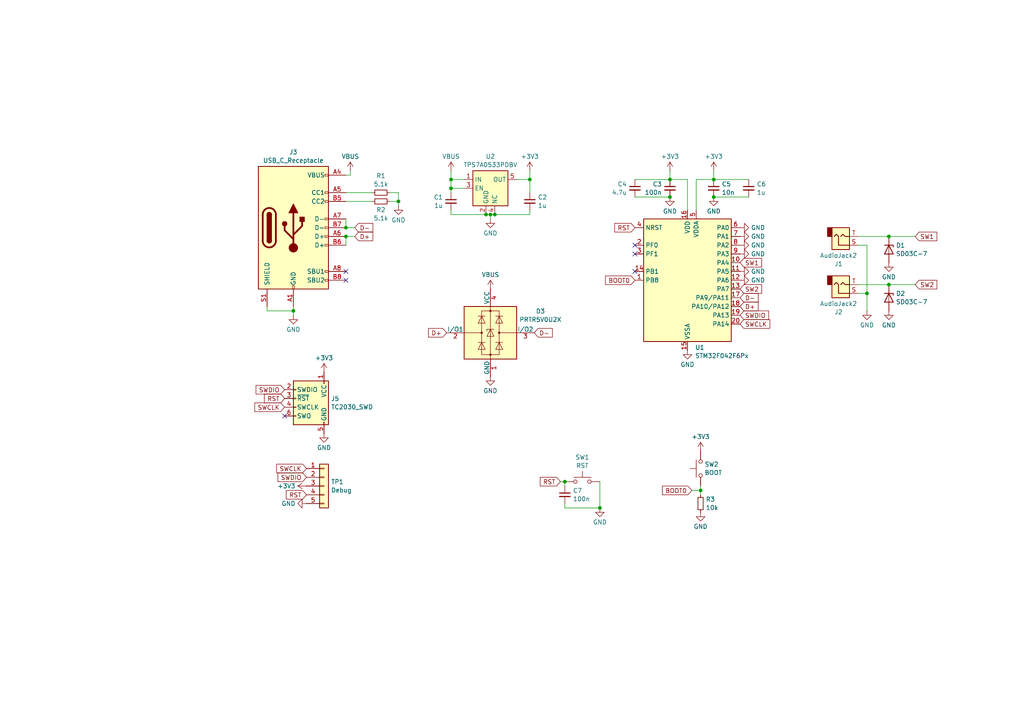
<source format=kicad_sch>
(kicad_sch (version 20231120) (generator "eeschema") (generator_version "8.0")
  (paper "A4")
  (lib_symbols
    (symbol "Connector:USB_C_Receptacle_USB2.0_16P" (pin_names (offset 1.016))
      (property "Reference" "J" (at 0 22.225 0))
      (property "Value" "USB_C_Receptacle_USB2.0_16P" (at 0 19.685 0))
      (symbol "USB_C_Receptacle_USB2.0_16P_0_0"
        (rectangle (start -0.254 -17.78) (end 0.254 -16.764))
        (rectangle (start 10.16 -14.986) (end 9.144 -15.494))
        (rectangle (start 10.16 -12.446) (end 9.144 -12.954))
        (rectangle (start 10.16 -4.826) (end 9.144 -5.334))
        (rectangle (start 10.16 -2.286) (end 9.144 -2.794))
        (rectangle (start 10.16 0.254) (end 9.144 -0.254))
        (rectangle (start 10.16 2.794) (end 9.144 2.286))
        (rectangle (start 10.16 7.874) (end 9.144 7.366))
        (rectangle (start 10.16 10.414) (end 9.144 9.906))
        (rectangle (start 10.16 15.494) (end 9.144 14.986))
      )
      (symbol "USB_C_Receptacle_USB2.0_16P_0_1"
        (rectangle (start -10.16 17.78) (end 10.16 -17.78) (stroke (width 0.254)) (fill (type background)))
        (arc (start -8.89 -3.81) (mid -6.985 -5.7067) (end -5.08 -3.81) (stroke (width 0.508)))
        (arc (start -7.62 -3.81) (mid -6.985 -4.4423) (end -6.35 -3.81) (stroke (width 0.254)))
        (arc (start -7.62 -3.81) (mid -6.985 -4.4423) (end -6.35 -3.81) (stroke (width 0.254)) (fill (type outline)))
        (rectangle (start -7.62 -3.81) (end -6.35 3.81) (stroke (width 0.254)) (fill (type outline)))
        (arc (start -6.35 3.81) (mid -6.985 4.4423) (end -7.62 3.81) (stroke (width 0.254)))
        (arc (start -6.35 3.81) (mid -6.985 4.4423) (end -7.62 3.81) (stroke (width 0.254)) (fill (type outline)))
        (arc (start -5.08 3.81) (mid -6.985 5.7067) (end -8.89 3.81) (stroke (width 0.508)))
        (circle (center -2.54 1.143) (radius 0.635) (stroke (width 0.254)) (fill (type outline)))
        (circle (center 0 -5.842) (radius 1.27) (fill (type outline)))
        (polyline (pts (xy -8.89 -3.81) (xy -8.89 3.81)) (stroke (width 0.508)))
        (polyline (pts (xy -5.08 3.81) (xy -5.08 -3.81)) (stroke (width 0.508)))
        (polyline (pts (xy 0 -5.842) (xy 0 4.318)) (stroke (width 0.508)))
        (polyline (pts (xy 0 -3.302) (xy -2.54 -0.762) (xy -2.54 0.508)) (stroke (width 0.508)))
        (polyline (pts (xy 0 -2.032) (xy 2.54 0.508) (xy 2.54 1.778)) (stroke (width 0.508)))
        (polyline (pts (xy -1.27 4.318) (xy 0 6.858) (xy 1.27 4.318) (xy -1.27 4.318)) (stroke (width 0.254)) (fill (type outline)))
        (rectangle (start 1.905 1.778) (end 3.175 3.048) (stroke (width 0.254)) (fill (type outline)))
      )
      (symbol "USB_C_Receptacle_USB2.0_16P_1_1"
        (pin passive line (at 0 -22.86 90) (length 5.08) (name "GND") (number "A1"))
        (pin passive line (at 0 -22.86 90) (length 5.08) hide (name "GND") (number "A12"))
        (pin passive line (at 15.24 15.24 180) (length 5.08) (name "VBUS") (number "A4"))
        (pin bidirectional line (at 15.24 10.16 180) (length 5.08) (name "CC1") (number "A5"))
        (pin bidirectional line (at 15.24 -2.54 180) (length 5.08) (name "D+") (number "A6"))
        (pin bidirectional line (at 15.24 2.54 180) (length 5.08) (name "D-") (number "A7"))
        (pin bidirectional line (at 15.24 -12.7 180) (length 5.08) (name "SBU1") (number "A8"))
        (pin passive line (at 15.24 15.24 180) (length 5.08) hide (name "VBUS") (number "A9"))
        (pin passive line (at 0 -22.86 90) (length 5.08) hide (name "GND") (number "B1"))
        (pin passive line (at 0 -22.86 90) (length 5.08) hide (name "GND") (number "B12"))
        (pin passive line (at 15.24 15.24 180) (length 5.08) hide (name "VBUS") (number "B4"))
        (pin bidirectional line (at 15.24 7.62 180) (length 5.08) (name "CC2") (number "B5"))
        (pin bidirectional line (at 15.24 -5.08 180) (length 5.08) (name "D+") (number "B6"))
        (pin bidirectional line (at 15.24 0 180) (length 5.08) (name "D-") (number "B7"))
        (pin bidirectional line (at 15.24 -15.24 180) (length 5.08) (name "SBU2") (number "B8"))
        (pin passive line (at 15.24 15.24 180) (length 5.08) hide (name "VBUS") (number "B9"))
        (pin passive line (at -7.62 -22.86 90) (length 5.08) (name "SHIELD") (number "S1"))
      )
    )
    (symbol "Connector_Audio:AudioJack2"
      (property "Reference" "J" (at 0 8.89 0))
      (property "Value" "AudioJack2" (at 0 6.35 0))
      (symbol "AudioJack2_0_1"
        (rectangle (start -3.81 0) (end -2.54 -2.54) (stroke (width 0.254)) (fill (type outline)))
        (rectangle (start -2.54 3.81) (end 2.54 -2.54) (stroke (width 0.254)) (fill (type background)))
        (polyline (pts (xy 0 0) (xy 0.635 -0.635) (xy 1.27 0) (xy 2.54 0)) (stroke (width 0.254)))
        (polyline (pts (xy 2.54 2.54) (xy -0.635 2.54) (xy -0.635 0) (xy -1.27 -0.635) (xy -1.905 0)) (stroke (width 0.254)))
      )
      (symbol "AudioJack2_1_1"
        (pin passive line (at 5.08 2.54 180) (length 2.54) (name "~") (number "S"))
        (pin passive line (at 5.08 0 180) (length 2.54) (name "~") (number "T"))
      )
    )
    (symbol "Connector_Generic:Conn_01x05" (pin_names (offset 1.016) hide)
      (property "Reference" "J" (at 0 7.62 0))
      (property "Value" "Conn_01x05" (at 0 -7.62 0))
      (symbol "Conn_01x05_1_1"
        (rectangle (start -1.27 -4.953) (end 0 -5.207) (stroke (width 0.1524)))
        (rectangle (start -1.27 -2.413) (end 0 -2.667) (stroke (width 0.1524)))
        (rectangle (start -1.27 0.127) (end 0 -0.127) (stroke (width 0.1524)))
        (rectangle (start -1.27 2.667) (end 0 2.413) (stroke (width 0.1524)))
        (rectangle (start -1.27 5.207) (end 0 4.953) (stroke (width 0.1524)))
        (rectangle (start -1.27 6.35) (end 1.27 -6.35) (stroke (width 0.254)) (fill (type background)))
        (pin passive line (at -5.08 5.08 0) (length 3.81) (name "Pin_1") (number "1"))
        (pin passive line (at -5.08 2.54 0) (length 3.81) (name "Pin_2") (number "2"))
        (pin passive line (at -5.08 0 0) (length 3.81) (name "Pin_3") (number "3"))
        (pin passive line (at -5.08 -2.54 0) (length 3.81) (name "Pin_4") (number "4"))
        (pin passive line (at -5.08 -5.08 0) (length 3.81) (name "Pin_5") (number "5"))
      )
    )
    (symbol "Device:C_Small" (pin_numbers hide) (pin_names (offset 0.254) hide)
      (property "Reference" "C" (at 0.254 1.778 0))
      (property "Value" "C_Small" (at 0.254 -2.032 0))
      (symbol "C_Small_0_1"
        (polyline (pts (xy -1.524 -0.508) (xy 1.524 -0.508)) (stroke (width 0.3302)))
        (polyline (pts (xy -1.524 0.508) (xy 1.524 0.508)) (stroke (width 0.3048)))
      )
      (symbol "C_Small_1_1"
        (pin passive line (at 0 2.54 270) (length 2.032) (name "~") (number "1"))
        (pin passive line (at 0 -2.54 90) (length 2.032) (name "~") (number "2"))
      )
    )
    (symbol "Device:D_Zener" (pin_numbers hide) (pin_names (offset 1.016) hide)
      (property "Reference" "D" (at 0 2.54 0))
      (property "Value" "D_Zener" (at 0 -2.54 0))
      (symbol "D_Zener_0_1"
        (polyline (pts (xy 1.27 0) (xy -1.27 0)))
        (polyline (pts (xy -1.27 -1.27) (xy -1.27 1.27) (xy -0.762 1.27)) (stroke (width 0.254)))
        (polyline (pts (xy 1.27 -1.27) (xy 1.27 1.27) (xy -1.27 0) (xy 1.27 -1.27)) (stroke (width 0.254)))
      )
      (symbol "D_Zener_1_1"
        (pin passive line (at -3.81 0 0) (length 2.54) (name "K") (number "1"))
        (pin passive line (at 3.81 0 180) (length 2.54) (name "A") (number "2"))
      )
    )
    (symbol "Device:R_Small" (pin_numbers hide) (pin_names (offset 0.254) hide)
      (property "Reference" "R" (at 0.762 0.508 0))
      (property "Value" "R_Small" (at 0.762 -1.016 0))
      (symbol "R_Small_0_1"
        (rectangle (start -0.762 1.778) (end 0.762 -1.778) (stroke (width 0.2032)))
      )
      (symbol "R_Small_1_1"
        (pin passive line (at 0 2.54 270) (length 0.762) (name "~") (number "1"))
        (pin passive line (at 0 -2.54 90) (length 0.762) (name "~") (number "2"))
      )
    )
    (symbol "MCU_ST_STM32F0:STM32F042F6Px"
      (property "Reference" "U" (at -12.7 19.05 0))
      (property "Value" "STM32F042F6Px" (at 5.08 19.05 0))
      (symbol "STM32F042F6Px_0_1"
        (rectangle (start -12.7 -17.78) (end 12.7 17.78) (stroke (width 0.254)) (fill (type background)))
      )
      (symbol "STM32F042F6Px_1_1"
        (pin bidirectional line (at -15.24 0 0) (length 2.54) (name "PB8") (number "1"))
        (pin bidirectional line (at 15.24 5.08 180) (length 2.54) (name "PA4") (number "10"))
        (pin bidirectional line (at 15.24 2.54 180) (length 2.54) (name "PA5") (number "11"))
        (pin bidirectional line (at 15.24 0 180) (length 2.54) (name "PA6") (number "12"))
        (pin bidirectional line (at 15.24 -2.54 180) (length 2.54) (name "PA7") (number "13"))
        (pin bidirectional line (at -15.24 2.54 0) (length 2.54) (name "PB1") (number "14"))
        (pin power_in line (at 0 -20.32 90) (length 2.54) (name "VSSA") (number "15"))
        (pin power_in line (at 0 20.32 270) (length 2.54) (name "VDD") (number "16"))
        (pin bidirectional line (at 15.24 -5.08 180) (length 2.54) (name "PA9/PA11") (number "17"))
        (pin bidirectional line (at 15.24 -7.62 180) (length 2.54) (name "PA10/PA12") (number "18"))
        (pin bidirectional line (at 15.24 -10.16 180) (length 2.54) (name "PA13") (number "19"))
        (pin bidirectional line (at -15.24 10.16 0) (length 2.54) (name "PF0") (number "2"))
        (pin bidirectional line (at 15.24 -12.7 180) (length 2.54) (name "PA14") (number "20"))
        (pin bidirectional line (at -15.24 7.62 0) (length 2.54) (name "PF1") (number "3"))
        (pin input line (at -15.24 15.24 0) (length 2.54) (name "NRST") (number "4"))
        (pin power_in line (at 2.54 20.32 270) (length 2.54) (name "VDDA") (number "5"))
        (pin bidirectional line (at 15.24 15.24 180) (length 2.54) (name "PA0") (number "6"))
        (pin bidirectional line (at 15.24 12.7 180) (length 2.54) (name "PA1") (number "7"))
        (pin bidirectional line (at 15.24 10.16 180) (length 2.54) (name "PA2") (number "8"))
        (pin bidirectional line (at 15.24 7.62 180) (length 2.54) (name "PA3") (number "9"))
      )
    )
    (symbol "PCM_marbastlib-various:TC2030_SWD" (pin_names (offset 1.016))
      (property "Reference" "J" (at -3.81 -6.35 0))
      (property "Value" "TC2030_SWD" (at -10.16 8.89 0))
      (symbol "TC2030_SWD_0_1"
        (rectangle (start -3.81 7.62) (end 6.35 -5.08) (stroke (width 0.254)) (fill (type background)))
        (rectangle (start -3.048 -2.667) (end -3.81 -2.413))
        (rectangle (start -3.048 -0.127) (end -3.81 0.127))
        (rectangle (start -3.048 2.413) (end -3.81 2.667))
        (rectangle (start -3.048 4.953) (end -3.81 5.207))
        (rectangle (start 4.953 -5.08) (end 5.207 -4.318))
        (rectangle (start 4.953 6.858) (end 5.207 7.62))
      )
      (symbol "TC2030_SWD_1_1"
        (pin passive line (at 5.08 10.16 270) (length 2.54) (name "VCC") (number "1"))
        (pin passive line (at -6.35 5.08 0) (length 2.54) (name "SWDIO") (number "2"))
        (pin passive line (at -6.35 2.54 0) (length 2.54) (name "~{RST}") (number "3"))
        (pin passive line (at -6.35 0 0) (length 2.54) (name "SWCLK") (number "4"))
        (pin passive line (at 5.08 -7.62 90) (length 2.54) (name "GND") (number "5"))
        (pin passive line (at -6.35 -2.54 0) (length 2.54) (name "SWO") (number "6"))
      )
    )
    (symbol "PageTurner:TPS7A0333PDBV"
      (property "Reference" "U" (at -3.81 6.35 0))
      (property "Value" "TPS7A0333PDBV" (at 6.35 6.35 0))
      (symbol "TPS7A0333PDBV_0_1"
        (rectangle (start -5.08 -5.08) (end 5.08 5.08) (stroke (width 0.254)) (fill (type background)))
        (pin power_in line (at -7.62 2.54 0) (length 2.54) (name "IN") (number "1"))
        (pin power_in line (at -1.27 -7.62 90) (length 2.54) (name "GND") (number "2"))
        (pin input line (at -7.62 0 0) (length 2.54) (name "EN") (number "3"))
        (pin power_out line (at 7.62 2.54 180) (length 2.54) (name "OUT") (number "5"))
      )
      (symbol "TPS7A0333PDBV_1_1"
        (pin unspecified line (at 1.27 -7.62 90) (length 2.54) (name "NC") (number "4"))
      )
    )
    (symbol "Power_Protection:PRTR5V0U2X" (pin_names (offset 0))
      (property "Reference" "D" (at 2.794 8.636 0))
      (property "Value" "PRTR5V0U2X" (at 8.128 -9.398 0))
      (symbol "PRTR5V0U2X_0_1"
        (rectangle (start -7.62 -7.62) (end 7.62 7.62) (stroke (width 0.254)) (fill (type background)))
        (circle (center -2.54 0) (radius 0.254) (fill (type outline)))
        (rectangle (start -2.54 6.35) (end 2.54 -6.35))
        (circle (center 0 -6.35) (radius 0.254) (fill (type outline)))
        (polyline (pts (xy -2.54 0) (xy -7.62 0)))
        (polyline (pts (xy -1.524 -2.794) (xy -3.556 -2.794)))
        (polyline (pts (xy -1.524 4.826) (xy -3.556 4.826)))
        (polyline (pts (xy 0 -7.62) (xy 0 7.62)))
        (polyline (pts (xy 1.524 -2.794) (xy 3.556 -2.794)))
        (polyline (pts (xy 1.524 4.826) (xy 3.556 4.826)))
        (polyline (pts (xy 2.54 0) (xy 7.62 0)))
        (polyline (pts (xy 1.016 1.016) (xy -1.016 1.016) (xy -1.016 0.508)))
        (polyline (pts (xy -3.556 -4.826) (xy -1.524 -4.826) (xy -2.54 -2.794) (xy -3.556 -4.826)))
        (polyline (pts (xy -3.556 2.794) (xy -1.524 2.794) (xy -2.54 4.826) (xy -3.556 2.794)))
        (polyline (pts (xy -1.016 -1.016) (xy 1.016 -1.016) (xy 0 1.016) (xy -1.016 -1.016)))
        (polyline (pts (xy 3.556 -4.826) (xy 1.524 -4.826) (xy 2.54 -2.794) (xy 3.556 -4.826)))
        (polyline (pts (xy 3.556 2.794) (xy 1.524 2.794) (xy 2.54 4.826) (xy 3.556 2.794)))
        (circle (center 0 6.35) (radius 0.254) (fill (type outline)))
        (circle (center 2.54 0) (radius 0.254) (fill (type outline)))
      )
      (symbol "PRTR5V0U2X_1_1"
        (pin passive line (at 0 -12.7 90) (length 5.08) (name "GND") (number "1"))
        (pin passive line (at -12.7 0 0) (length 5.08) (name "I/O1") (number "2"))
        (pin passive line (at 12.7 0 180) (length 5.08) (name "I/O2") (number "3"))
        (pin passive line (at 0 12.7 270) (length 5.08) (name "VCC") (number "4"))
      )
    )
    (symbol "Switch:SW_Push" (pin_numbers hide) (pin_names (offset 1.016) hide)
      (property "Reference" "SW" (at 1.27 2.54 0))
      (property "Value" "SW_Push" (at 0 -1.524 0))
      (symbol "SW_Push_0_1"
        (circle (center -2.032 0) (radius 0.508))
        (polyline (pts (xy 0 1.27) (xy 0 3.048)))
        (polyline (pts (xy 2.54 1.27) (xy -2.54 1.27)))
        (circle (center 2.032 0) (radius 0.508))
        (pin passive line (at -5.08 0 0) (length 2.54) (name "1") (number "1"))
        (pin passive line (at 5.08 0 180) (length 2.54) (name "2") (number "2"))
      )
    )
    (symbol "power:+3V3" (power) (pin_numbers hide) (pin_names (offset 0) hide)
      (property "Value" "+3V3" (at 0 3.556 0))
      (symbol "+3V3_0_1"
        (polyline (pts (xy -0.762 1.27) (xy 0 2.54)))
        (polyline (pts (xy 0 0) (xy 0 2.54)))
        (polyline (pts (xy 0 2.54) (xy 0.762 1.27)))
      )
      (symbol "+3V3_1_1"
        (pin power_in line (at 0 0 90) (length 0) (name "~") (number "1"))
      )
    )
    (symbol "power:GND" (power) (pin_numbers hide) (pin_names (offset 0) hide)
      (property "Value" "GND" (at 0 -3.81 0))
      (symbol "GND_0_1"
        (polyline (pts (xy 0 0) (xy 0 -1.27) (xy 1.27 -1.27) (xy 0 -2.54) (xy -1.27 -1.27) (xy 0 -1.27)))
      )
      (symbol "GND_1_1"
        (pin power_in line (at 0 0 270) (length 0) (name "~") (number "1"))
      )
    )
    (symbol "power:VBUS" (power) (pin_numbers hide) (pin_names (offset 0) hide)
      (property "Value" "VBUS" (at 0 3.556 0))
      (symbol "VBUS_0_1"
        (polyline (pts (xy -0.762 1.27) (xy 0 2.54)))
        (polyline (pts (xy 0 0) (xy 0 2.54)))
        (polyline (pts (xy 0 2.54) (xy 0.762 1.27)))
      )
      (symbol "VBUS_1_1"
        (pin power_in line (at 0 0 90) (length 0) (name "~") (number "1"))
      )
    )
  )
  (junction (at 194.31 57.15))
  (junction (at 142.24 62.23))
  (junction (at 207.01 57.15))
  (junction (at 100.33 68.58))
  (junction (at 140.97 62.23))
  (junction (at 194.31 52.07))
  (junction (at 130.81 54.61))
  (junction (at 251.46 85.09))
  (junction (at 153.67 52.07))
  (junction (at 130.81 52.07))
  (junction (at 143.51 62.23))
  (junction (at 173.99 147.32))
  (junction (at 163.83 139.7))
  (junction (at 203.2 142.24))
  (junction (at 207.01 52.07))
  (junction (at 115.57 58.42))
  (junction (at 257.81 82.55))
  (junction (at 85.09 90.17))
  (junction (at 257.81 68.58))
  (junction (at 100.33 66.04))
  (no_connect (at 184.15 73.66))
  (no_connect (at 100.33 81.28))
  (no_connect (at 184.15 78.74))
  (no_connect (at 184.15 71.12))
  (no_connect (at 100.33 78.74))
  (no_connect (at 82.55 120.65))
  (wire (pts (xy 130.81 49.53) (xy 130.81 52.07)))
  (wire (pts (xy 163.83 147.32) (xy 173.99 147.32)))
  (wire (pts (xy 130.81 54.61) (xy 130.81 55.88)))
  (wire (pts (xy 163.83 140.97) (xy 163.83 139.7)))
  (wire (pts (xy 184.15 57.15) (xy 194.31 57.15)))
  (wire (pts (xy 134.62 54.61) (xy 130.81 54.61)))
  (wire (pts (xy 199.39 60.96) (xy 199.39 52.07)))
  (wire (pts (xy 142.24 62.23) (xy 143.51 62.23)))
  (wire (pts (xy 153.67 60.96) (xy 153.67 62.23)))
  (wire (pts (xy 100.33 66.04) (xy 102.87 66.04)))
  (wire (pts (xy 130.81 62.23) (xy 140.97 62.23)))
  (wire (pts (xy 77.47 88.9) (xy 77.47 90.17)))
  (wire (pts (xy 248.92 85.09) (xy 251.46 85.09)))
  (wire (pts (xy 194.31 49.53) (xy 194.31 52.07)))
  (wire (pts (xy 201.93 60.96) (xy 201.93 52.07)))
  (wire (pts (xy 200.66 142.24) (xy 203.2 142.24)))
  (wire (pts (xy 100.33 58.42) (xy 107.95 58.42)))
  (wire (pts (xy 251.46 85.09) (xy 251.46 90.17)))
  (wire (pts (xy 100.33 55.88) (xy 107.95 55.88)))
  (wire (pts (xy 113.03 55.88) (xy 115.57 55.88)))
  (wire (pts (xy 100.33 63.5) (xy 100.33 66.04)))
  (wire (pts (xy 162.56 139.7) (xy 163.83 139.7)))
  (wire (pts (xy 201.93 52.07) (xy 207.01 52.07)))
  (wire (pts (xy 130.81 54.61) (xy 130.81 52.07)))
  (wire (pts (xy 257.81 68.58) (xy 248.92 68.58)))
  (wire (pts (xy 153.67 52.07) (xy 153.67 55.88)))
  (wire (pts (xy 130.81 60.96) (xy 130.81 62.23)))
  (wire (pts (xy 203.2 142.24) (xy 203.2 143.51)))
  (wire (pts (xy 101.6 50.8) (xy 101.6 49.53)))
  (wire (pts (xy 199.39 52.07) (xy 194.31 52.07)))
  (wire (pts (xy 163.83 147.32) (xy 163.83 146.05)))
  (wire (pts (xy 207.01 52.07) (xy 217.17 52.07)))
  (wire (pts (xy 207.01 57.15) (xy 217.17 57.15)))
  (wire (pts (xy 203.2 140.97) (xy 203.2 142.24)))
  (wire (pts (xy 113.03 58.42) (xy 115.57 58.42)))
  (wire (pts (xy 184.15 52.07) (xy 194.31 52.07)))
  (wire (pts (xy 265.43 68.58) (xy 257.81 68.58)))
  (wire (pts (xy 143.51 62.23) (xy 153.67 62.23)))
  (wire (pts (xy 251.46 71.12) (xy 251.46 85.09)))
  (wire (pts (xy 85.09 90.17) (xy 77.47 90.17)))
  (wire (pts (xy 173.99 139.7) (xy 173.99 147.32)))
  (wire (pts (xy 85.09 90.17) (xy 85.09 91.44)))
  (wire (pts (xy 142.24 63.5) (xy 142.24 62.23)))
  (wire (pts (xy 140.97 62.23) (xy 142.24 62.23)))
  (wire (pts (xy 248.92 71.12) (xy 251.46 71.12)))
  (wire (pts (xy 100.33 68.58) (xy 102.87 68.58)))
  (wire (pts (xy 257.81 82.55) (xy 248.92 82.55)))
  (wire (pts (xy 100.33 68.58) (xy 100.33 71.12)))
  (wire (pts (xy 207.01 49.53) (xy 207.01 52.07)))
  (wire (pts (xy 130.81 52.07) (xy 134.62 52.07)))
  (wire (pts (xy 153.67 49.53) (xy 153.67 52.07)))
  (wire (pts (xy 265.43 82.55) (xy 257.81 82.55)))
  (wire (pts (xy 115.57 58.42) (xy 115.57 59.69)))
  (wire (pts (xy 85.09 88.9) (xy 85.09 90.17)))
  (wire (pts (xy 101.6 50.8) (xy 100.33 50.8)))
  (wire (pts (xy 115.57 55.88) (xy 115.57 58.42)))
  (wire (pts (xy 149.86 52.07) (xy 153.67 52.07)))
  (global_label "SW1" (shape input) (at 265.43 68.58 0) (property "Intersheetrefs" "${INTERSHEET_REFS}" (effects (hide yes))))
  (global_label "SWCLK" (shape input) (at 214.63 93.98 0) (property "Intersheetrefs" "${INTERSHEET_REFS}" (effects (hide yes))))
  (global_label "RST" (shape input) (at 184.15 66.04 180) (property "Intersheetrefs" "${INTERSHEET_REFS}" (effects (hide yes))))
  (global_label "D-" (shape input) (at 214.63 86.36 0) (property "Intersheetrefs" "${INTERSHEET_REFS}" (effects (hide yes))))
  (global_label "BOOT0" (shape input) (at 200.66 142.24 180) (property "Intersheetrefs" "${INTERSHEET_REFS}" (effects (hide yes))))
  (global_label "RST" (shape input) (at 82.55 115.57 180) (property "Intersheetrefs" "${INTERSHEET_REFS}" (effects (hide yes))))
  (global_label "SW1" (shape input) (at 214.63 76.2 0) (property "Intersheetrefs" "${INTERSHEET_REFS}" (effects (hide yes))))
  (global_label "SWCLK" (shape input) (at 88.9 135.89 180) (property "Intersheetrefs" "${INTERSHEET_REFS}" (effects (hide yes))))
  (global_label "SWDIO" (shape input) (at 214.63 91.44 0) (property "Intersheetrefs" "${INTERSHEET_REFS}" (effects (hide yes))))
  (global_label "SW2" (shape input) (at 265.43 82.55 0) (property "Intersheetrefs" "${INTERSHEET_REFS}" (effects (hide yes))))
  (global_label "D+" (shape input) (at 129.54 96.52 180) (property "Intersheetrefs" "${INTERSHEET_REFS}" (effects (hide yes))))
  (global_label "RST" (shape input) (at 88.9 143.51 180) (property "Intersheetrefs" "${INTERSHEET_REFS}" (effects (hide yes))))
  (global_label "D+" (shape input) (at 214.63 88.9 0) (property "Intersheetrefs" "${INTERSHEET_REFS}" (effects (hide yes))))
  (global_label "BOOT0" (shape input) (at 184.15 81.28 180) (property "Intersheetrefs" "${INTERSHEET_REFS}" (effects (hide yes))))
  (global_label "RST" (shape input) (at 162.56 139.7 180) (property "Intersheetrefs" "${INTERSHEET_REFS}" (effects (hide yes))))
  (global_label "D-" (shape input) (at 154.94 96.52 0) (property "Intersheetrefs" "${INTERSHEET_REFS}" (effects (hide yes))))
  (global_label "SWDIO" (shape input) (at 82.55 113.03 180) (property "Intersheetrefs" "${INTERSHEET_REFS}" (effects (hide yes))))
  (global_label "D+" (shape input) (at 102.87 68.58 0) (property "Intersheetrefs" "${INTERSHEET_REFS}" (effects (hide yes))))
  (global_label "SWDIO" (shape input) (at 88.9 138.43 180) (property "Intersheetrefs" "${INTERSHEET_REFS}" (effects (hide yes))))
  (global_label "SWCLK" (shape input) (at 82.55 118.11 180) (property "Intersheetrefs" "${INTERSHEET_REFS}" (effects (hide yes))))
  (global_label "D-" (shape input) (at 102.87 66.04 0) (property "Intersheetrefs" "${INTERSHEET_REFS}" (effects (hide yes))))
  (global_label "SW2" (shape input) (at 214.63 83.82 0) (property "Intersheetrefs" "${INTERSHEET_REFS}" (effects (hide yes))))
  (symbol (lib_id "power:+3V3") (at 93.98 107.95 0) (unit 1)
    (property "Reference" "#PWR012" (effects (hide yes)))
    (property "Value" "+3V3" (at 93.98 103.8169 0))
    (property "Description" "Power symbol creates a global label with name \"+3V3\"" (effects (hide yes)))
  )
  (symbol (lib_id "power:GND") (at 194.31 57.15 0) (unit 1)
    (property "Reference" "#PWR016" (effects (hide yes)))
    (property "Value" "GND" (at 194.31 61.2831 0))
    (property "Description" "Power symbol creates a global label with name \"GND\" , ground" (effects (hide yes)))
  )
  (symbol (lib_id "power:GND") (at 214.63 78.74 90) (unit 1)
    (property "Reference" "#PWR028" (effects (hide yes)))
    (property "Value" "GND" (at 217.805 78.74 90) (effects (justify right)))
    (property "Description" "Power symbol creates a global label with name \"GND\" , ground" (effects (hide yes)))
  )
  (symbol (lib_id "Connector_Audio:AudioJack2") (at 243.84 82.55 0) (mirror x) (unit 1)
    (property "Reference" "J2" (at 243.205 90.5045 0))
    (property "Value" "AudioJack2" (at 243.205 88.0802 0))
    (property "Footprint" "PageTurner:Jack_6.35mm_Neutrik_NJ2FD-V_Vertical" (effects (hide yes)))
    (property "Description" "Audio Jack, 2 Poles (Mono / TS)" (effects (hide yes)))
    (property "Manufacturer" "Neutrik" (effects (hide yes)))
    (property "Manufacturer Part Number" "NJ2FD-V" (effects (hide yes)))
  )
  (symbol (lib_id "power:+3V3") (at 194.31 49.53 0) (unit 1)
    (property "Reference" "#PWR014" (effects (hide yes)))
    (property "Value" "+3V3" (at 194.31 45.3969 0))
    (property "Description" "Power symbol creates a global label with name \"+3V3\"" (effects (hide yes)))
  )
  (symbol (lib_id "power:GND") (at 88.9 146.05 270) (unit 1)
    (property "Reference" "#PWR06" (effects (hide yes)))
    (property "Value" "GND" (at 85.7251 146.05 90) (effects (justify right)))
    (property "Description" "Power symbol creates a global label with name \"GND\" , ground" (effects (hide yes)))
  )
  (symbol (lib_id "power:GND") (at 251.46 90.17 0) (unit 1)
    (property "Reference" "#PWR01" (effects (hide yes)))
    (property "Value" "GND" (at 251.46 94.3031 0))
    (property "Description" "Power symbol creates a global label with name \"GND\" , ground" (effects (hide yes)))
  )
  (symbol (lib_id "power:GND") (at 257.81 90.17 0) (unit 1)
    (property "Reference" "#PWR021" (effects (hide yes)))
    (property "Value" "GND" (at 257.81 94.3031 0))
    (property "Description" "Power symbol creates a global label with name \"GND\" , ground" (effects (hide yes)))
  )
  (symbol (lib_id "power:VBUS") (at 101.6 49.53 0) (unit 1)
    (property "Reference" "#PWR02" (effects (hide yes)))
    (property "Value" "VBUS" (at 101.6 45.3969 0))
    (property "Description" "Power symbol creates a global label with name \"VBUS\"" (effects (hide yes)))
  )
  (symbol (lib_id "Device:C_Small") (at 217.17 54.61 0) (unit 1)
    (property "Reference" "C6" (at 219.4941 53.4041 0) (effects (justify left)))
    (property "Value" "1u" (at 219.4941 55.8284 0) (effects (justify left)))
    (property "Footprint" "Capacitor_SMD:C_0603_1608Metric_Pad1.08x0.95mm_HandSolder" (effects (hide yes)))
    (property "Description" "Unpolarized capacitor, small symbol" (effects (hide yes)))
    (property "Package" "0603" (effects (hide yes)))
  )
  (symbol (lib_id "Device:C_Small") (at 184.15 54.61 0) (unit 1)
    (property "Reference" "C4" (at 181.8259 53.4041 0) (effects (justify right)))
    (property "Value" "4.7u" (at 181.8259 55.8284 0) (effects (justify right)))
    (property "Footprint" "Capacitor_SMD:C_0603_1608Metric_Pad1.08x0.95mm_HandSolder" (effects (hide yes)))
    (property "Description" "Unpolarized capacitor, small symbol" (effects (hide yes)))
    (property "Package" "0603" (effects (hide yes)))
  )
  (symbol (lib_id "power:GND") (at 173.99 147.32 0) (unit 1)
    (property "Reference" "#PWR010" (effects (hide yes)))
    (property "Value" "GND" (at 173.99 151.4531 0))
    (property "Description" "Power symbol creates a global label with name \"GND\" , ground" (effects (hide yes)))
  )
  (symbol (lib_id "power:GND") (at 207.01 57.15 0) (unit 1)
    (property "Reference" "#PWR018" (effects (hide yes)))
    (property "Value" "GND" (at 207.01 61.2831 0))
    (property "Description" "Power symbol creates a global label with name \"GND\" , ground" (effects (hide yes)))
  )
  (symbol (lib_id "Device:C_Small") (at 194.31 54.61 0) (unit 1)
    (property "Reference" "C3" (at 191.986 53.4041 0) (effects (justify right)))
    (property "Value" "100n" (at 191.986 55.8284 0) (effects (justify right)))
    (property "Footprint" "Capacitor_SMD:C_0603_1608Metric_Pad1.08x0.95mm_HandSolder" (effects (hide yes)))
    (property "Description" "Unpolarized capacitor, small symbol" (effects (hide yes)))
    (property "Package" "0603" (effects (hide yes)))
  )
  (symbol (lib_id "power:GND") (at 142.24 63.5 0) (unit 1)
    (property "Reference" "#PWR011" (effects (hide yes)))
    (property "Value" "GND" (at 142.24 67.6331 0))
    (property "Description" "Power symbol creates a global label with name \"GND\" , ground" (effects (hide yes)))
  )
  (symbol (lib_id "Device:D_Zener") (at 257.81 72.39 270) (unit 1)
    (property "Reference" "D1" (at 259.842 71.1778 90) (effects (justify left)))
    (property "Value" "SD03C-7" (at 259.842 73.6021 90) (effects (justify left)))
    (property "Footprint" "Diode_SMD:D_SOD-323_HandSoldering" (effects (hide yes)))
    (property "Datasheet" "https://www.diodes.com/assets/Datasheets/SD03C.pdf" (effects (hide yes)))
    (property "Description" "Zener diode" (effects (hide yes)))
  )
  (symbol (lib_id "power:+3V3") (at 153.67 49.53 0) (unit 1)
    (property "Reference" "#PWR08" (effects (hide yes)))
    (property "Value" "+3V3" (at 153.67 45.3969 0))
    (property "Description" "Power symbol creates a global label with name \"+3V3\"" (effects (hide yes)))
  )
  (symbol (lib_id "power:+3V3") (at 203.2 130.81 0) (unit 1)
    (property "Reference" "#PWR05" (effects (hide yes)))
    (property "Value" "+3V3" (at 203.2 126.6769 0))
    (property "Description" "Power symbol creates a global label with name \"+3V3\"" (effects (hide yes)))
  )
  (symbol (lib_id "Device:C_Small") (at 163.83 143.51 0) (mirror y) (unit 1)
    (property "Reference" "C7" (at 166.1541 142.3041 0) (effects (justify right)))
    (property "Value" "100n" (at 166.1541 144.7284 0) (effects (justify right)))
    (property "Footprint" "Capacitor_SMD:C_0603_1608Metric_Pad1.08x0.95mm_HandSolder" (effects (hide yes)))
    (property "Description" "Unpolarized capacitor, small symbol" (effects (hide yes)))
    (property "Package" "0603" (effects (hide yes)))
  )
  (symbol (lib_id "power:GND") (at 93.98 125.73 0) (unit 1)
    (property "Reference" "#PWR013" (effects (hide yes)))
    (property "Value" "GND" (at 93.98 129.8631 0))
    (property "Description" "Power symbol creates a global label with name \"GND\" , ground" (effects (hide yes)))
  )
  (symbol (lib_id "MCU_ST_STM32F0:STM32F042F6Px") (at 199.39 81.28 0) (unit 1)
    (property "Reference" "U1" (at 201.5841 100.7801 0) (effects (justify left)))
    (property "Value" "STM32F042F6Px" (at 201.5841 103.2044 0) (effects (justify left)))
    (property "Footprint" "Package_SO:TSSOP-20_4.4x6.5mm_P0.65mm" (effects (hide yes)))
    (property "Datasheet" "https://www.st.com/resource/en/datasheet/stm32f042f6.pdf" (effects (hide yes)))
    (property "Description" "STMicroelectronics Arm Cortex-M0 MCU, 32KB flash, 6KB RAM, 48 MHz, 2.0-3.6V, 16 GPIO, TSSOP20" (effects (hide yes)))
    (property "Manufacturer" "STMicroelectronics" (effects (hide yes)))
    (property "Manufacturer Part Number" "STM32F042F6P6TR" (effects (hide yes)))
    (property "Package" "TSSOP-20" (effects (hide yes)))
  )
  (symbol (lib_id "PageTurner:TPS7A0333PDBV") (at 142.24 54.61 0) (unit 1)
    (property "Reference" "U2" (at 142.24 45.3855 0))
    (property "Value" "TPS7A0533PDBV" (at 142.24 47.8098 0))
    (property "Footprint" "Package_TO_SOT_SMD:SOT-23-5" (effects (hide yes)))
    (property "Datasheet" "https://www.ti.com/lit/ds/symlink/tps7a03.pdf" (effects (hide yes)))
    (property "Description" "200-mA Ultra-Low-Iq LDO, 3.3V, SOT-23-5" (effects (hide yes)))
    (property "Manufacturer" "Texas Instruments" (effects (hide yes)))
    (property "Manufacturer Part Number" "TPS7A0333PDBVR" (effects (hide yes)))
    (property "Package" "SOT-23-5" (effects (hide yes)))
  )
  (symbol (lib_id "power:GND") (at 214.63 66.04 90) (unit 1)
    (property "Reference" "#PWR024" (effects (hide yes)))
    (property "Value" "GND" (at 217.805 66.04 90) (effects (justify right)))
    (property "Description" "Power symbol creates a global label with name \"GND\" , ground" (effects (hide yes)))
  )
  (symbol (lib_id "power:VBUS") (at 130.81 49.53 0) (unit 1)
    (property "Reference" "#PWR07" (effects (hide yes)))
    (property "Value" "VBUS" (at 130.81 45.3969 0))
    (property "Description" "Power symbol creates a global label with name \"VBUS\"" (effects (hide yes)))
  )
  (symbol (lib_id "Device:R_Small") (at 110.49 55.88 90) (unit 1)
    (property "Reference" "R1" (at 110.49 50.9989 90))
    (property "Value" "5.1k" (at 110.49 53.4232 90))
    (property "Footprint" "Resistor_SMD:R_0603_1608Metric_Pad0.98x0.95mm_HandSolder" (effects (hide yes)))
    (property "Description" "Resistor, small symbol" (effects (hide yes)))
    (property "Package" "0603" (effects (hide yes)))
  )
  (symbol (lib_id "Device:C_Small") (at 130.81 58.42 0) (unit 1)
    (property "Reference" "C1" (at 128.486 57.2141 0) (effects (justify right)))
    (property "Value" "1u" (at 128.486 59.6384 0) (effects (justify right)))
    (property "Footprint" "Capacitor_SMD:C_0603_1608Metric_Pad1.08x0.95mm_HandSolder" (effects (hide yes)))
    (property "Description" "Unpolarized capacitor, small symbol" (effects (hide yes)))
    (property "Package" "0603" (effects (hide yes)))
  )
  (symbol (lib_id "power:+3V3") (at 207.01 49.53 0) (unit 1)
    (property "Reference" "#PWR017" (effects (hide yes)))
    (property "Value" "+3V3" (at 207.01 45.3969 0))
    (property "Description" "Power symbol creates a global label with name \"+3V3\"" (effects (hide yes)))
  )
  (symbol (lib_id "power:GND") (at 257.81 76.2 0) (unit 1)
    (property "Reference" "#PWR019" (effects (hide yes)))
    (property "Value" "GND" (at 257.81 80.3331 0))
    (property "Description" "Power symbol creates a global label with name \"GND\" , ground" (effects (hide yes)))
  )
  (symbol (lib_id "power:+3V3") (at 88.9 140.97 90) (unit 1)
    (property "Reference" "#PWR020" (effects (hide yes)))
    (property "Value" "+3V3" (at 85.725 140.97 90) (effects (justify left)))
    (property "Description" "Power symbol creates a global label with name \"+3V3\"" (effects (hide yes)))
  )
  (symbol (lib_id "Connector_Audio:AudioJack2") (at 243.84 68.58 0) (mirror x) (unit 1)
    (property "Reference" "J1" (at 243.205 76.5345 0))
    (property "Value" "AudioJack2" (at 243.205 74.1102 0))
    (property "Footprint" "PageTurner:Jack_6.35mm_Neutrik_NJ2FD-V_Vertical" (effects (hide yes)))
    (property "Description" "Audio Jack, 2 Poles (Mono / TS)" (effects (hide yes)))
    (property "Manufacturer" "Neutrik" (effects (hide yes)))
    (property "Manufacturer Part Number" "NJ2FD-V" (effects (hide yes)))
  )
  (symbol (lib_id "Connector_Generic:Conn_01x05") (at 93.98 140.97 0) (unit 1)
    (property "Reference" "TP1" (at 96.012 139.7578 0) (effects (justify left)))
    (property "Value" "Debug" (at 96.012 142.1821 0) (effects (justify left)))
    (property "Footprint" "PageTurner:PinHeader_1x05_P2.00mm_Vertical" (effects (hide yes)))
    (property "Description" "Generic connector, single row, 01x05, script generated (kicad-library-utils/schlib/autogen/connector/)" (effects (hide yes)))
  )
  (symbol (lib_id "power:GND") (at 142.24 109.22 0) (unit 1)
    (property "Reference" "#PWR023" (effects (hide yes)))
    (property "Value" "GND" (at 142.24 113.3531 0))
    (property "Description" "Power symbol creates a global label with name \"GND\" , ground" (effects (hide yes)))
  )
  (symbol (lib_id "PCM_marbastlib-various:TC2030_SWD") (at 88.9 118.11 0) (unit 1)
    (property "Reference" "J5" (at 96.012 115.6278 0) (effects (justify left)))
    (property "Value" "TC2030_SWD" (at 96.012 118.0521 0) (effects (justify left)))
    (property "Footprint" "Connector:Tag-Connect_TC2030-IDC-NL_2x03_P1.27mm_Vertical" (effects (hide yes)))
    (property "Description" "6-pin TC2030 connector for SWD programming" (effects (hide yes)))
  )
  (symbol (lib_id "Device:C_Small") (at 153.67 58.42 0) (unit 1)
    (property "Reference" "C2" (at 155.9941 57.2141 0) (effects (justify left)))
    (property "Value" "1u" (at 155.9941 59.6384 0) (effects (justify left)))
    (property "Footprint" "Capacitor_SMD:C_0603_1608Metric_Pad1.08x0.95mm_HandSolder" (effects (hide yes)))
    (property "Description" "Unpolarized capacitor, small symbol" (effects (hide yes)))
    (property "Package" "0603" (effects (hide yes)))
  )
  (symbol (lib_id "power:GND") (at 214.63 73.66 90) (unit 1)
    (property "Reference" "#PWR027" (effects (hide yes)))
    (property "Value" "GND" (at 217.805 73.66 90) (effects (justify right)))
    (property "Description" "Power symbol creates a global label with name \"GND\" , ground" (effects (hide yes)))
  )
  (symbol (lib_id "Connector:USB_C_Receptacle_USB2.0_16P") (at 85.09 66.04 0) (unit 1)
    (property "Reference" "J3" (at 85.09 44.1155 0))
    (property "Value" "USB_C_Receptacle" (at 85.09 46.5398 0))
    (property "Footprint" "PageTurner:USB_C_Receptacle_GCT_USB_4145" (effects (hide yes)))
    (property "Datasheet" "https://www.usb.org/sites/default/files/documents/usb_type-c.zip" (effects (hide yes)))
    (property "Description" "USB 2.0-only 16P Type-C Receptacle connector" (effects (hide yes)))
    (property "Manufacturer" "JAE" (effects (hide yes)))
    (property "Manufacturer Part Number" "DX07S024WJ3R400" (effects (hide yes)))
  )
  (symbol (lib_id "Switch:SW_Push") (at 168.91 139.7 0) (unit 1)
    (property "Reference" "SW1" (at 168.91 132.6345 0))
    (property "Value" "RST" (at 168.91 135.0588 0))
    (property "Footprint" "Button_Switch_SMD:SW_SPST_B3U-1000P-B" (effects (hide yes)))
    (property "Description" "Push button switch, generic, two pins" (effects (hide yes)))
    (property "Manufacturer" "Omron" (effects (hide yes)))
    (property "Manufacturer Part Number" "B3U-1100P-B" (effects (hide yes)))
  )
  (symbol (lib_id "power:GND") (at 85.09 91.44 0) (unit 1)
    (property "Reference" "#PWR03" (effects (hide yes)))
    (property "Value" "GND" (at 85.09 95.5731 0))
    (property "Description" "Power symbol creates a global label with name \"GND\" , ground" (effects (hide yes)))
  )
  (symbol (lib_id "Device:R_Small") (at 110.49 58.42 90) (unit 1)
    (property "Reference" "R2" (at 110.49 60.8767 90))
    (property "Value" "5.1k" (at 110.49 63.301 90))
    (property "Footprint" "Resistor_SMD:R_0603_1608Metric_Pad0.98x0.95mm_HandSolder" (effects (hide yes)))
    (property "Description" "Resistor, small symbol" (effects (hide yes)))
    (property "Package" "0603" (effects (hide yes)))
  )
  (symbol (lib_id "power:GND") (at 214.63 68.58 90) (unit 1)
    (property "Reference" "#PWR025" (effects (hide yes)))
    (property "Value" "GND" (at 217.805 68.58 90) (effects (justify right)))
    (property "Description" "Power symbol creates a global label with name \"GND\" , ground" (effects (hide yes)))
  )
  (symbol (lib_id "Device:R_Small") (at 203.2 146.05 0) (unit 1)
    (property "Reference" "R3" (at 204.6986 144.8378 0) (effects (justify left)))
    (property "Value" "10k" (at 204.6986 147.2621 0) (effects (justify left)))
    (property "Footprint" "Resistor_SMD:R_0603_1608Metric_Pad0.98x0.95mm_HandSolder" (effects (hide yes)))
    (property "Description" "Resistor, small symbol" (effects (hide yes)))
    (property "Package" "0603" (effects (hide yes)))
  )
  (symbol (lib_id "Power_Protection:PRTR5V0U2X") (at 142.24 96.52 0) (unit 1)
    (property "Reference" "D3" (at 156.7505 90.2734 0))
    (property "Value" "PRTR5V0U2X" (at 156.7505 92.6977 0))
    (property "Footprint" "Package_TO_SOT_SMD:SOT-143" (effects (hide yes)))
    (property "Datasheet" "https://assets.nexperia.com/documents/data-sheet/PRTR5V0U2X.pdf" (effects (hide yes)))
    (property "Description" "Ultra low capacitance double rail-to-rail ESD protection diode, SOT-143" (effects (hide yes)))
  )
  (symbol (lib_id "power:GND") (at 214.63 71.12 90) (unit 1)
    (property "Reference" "#PWR026" (effects (hide yes)))
    (property "Value" "GND" (at 217.805 71.12 90) (effects (justify right)))
    (property "Description" "Power symbol creates a global label with name \"GND\" , ground" (effects (hide yes)))
  )
  (symbol (lib_id "power:GND") (at 203.2 148.59 0) (unit 1)
    (property "Reference" "#PWR04" (effects (hide yes)))
    (property "Value" "GND" (at 203.2 152.7231 0))
    (property "Description" "Power symbol creates a global label with name \"GND\" , ground" (effects (hide yes)))
  )
  (symbol (lib_id "Switch:SW_Push") (at 203.2 135.89 90) (unit 1)
    (property "Reference" "SW2" (at 204.343 134.6778 90) (effects (justify right)))
    (property "Value" "BOOT" (at 204.343 137.1021 90) (effects (justify right)))
    (property "Footprint" "Button_Switch_SMD:SW_SPST_B3U-1000P-B" (effects (hide yes)))
    (property "Description" "Push button switch, generic, two pins" (effects (hide yes)))
    (property "Manufacturer" "Omron" (effects (hide yes)))
    (property "Manufacturer Part Number" "B3U-1100P-B" (effects (hide yes)))
  )
  (symbol (lib_id "power:GND") (at 199.39 101.6 0) (unit 1)
    (property "Reference" "#PWR015" (effects (hide yes)))
    (property "Value" "GND" (at 199.39 105.7331 0))
    (property "Description" "Power symbol creates a global label with name \"GND\" , ground" (effects (hide yes)))
  )
  (symbol (lib_id "Device:D_Zener") (at 257.81 86.36 270) (unit 1)
    (property "Reference" "D2" (at 259.842 85.1478 90) (effects (justify left)))
    (property "Value" "SD03C-7" (at 259.842 87.5721 90) (effects (justify left)))
    (property "Footprint" "Diode_SMD:D_SOD-323_HandSoldering" (effects (hide yes)))
    (property "Datasheet" "https://www.diodes.com/assets/Datasheets/SD03C.pdf" (effects (hide yes)))
    (property "Description" "Zener diode" (effects (hide yes)))
  )
  (symbol (lib_id "power:GND") (at 214.63 81.28 90) (unit 1)
    (property "Reference" "#PWR029" (effects (hide yes)))
    (property "Value" "GND" (at 217.805 81.28 90) (effects (justify right)))
    (property "Description" "Power symbol creates a global label with name \"GND\" , ground" (effects (hide yes)))
  )
  (symbol (lib_id "power:VBUS") (at 142.24 83.82 0) (unit 1)
    (property "Reference" "#PWR022" (effects (hide yes)))
    (property "Value" "VBUS" (at 142.24 79.6869 0))
    (property "Description" "Power symbol creates a global label with name \"VBUS\"" (effects (hide yes)))
  )
  (symbol (lib_id "power:GND") (at 115.57 59.69 0) (unit 1)
    (property "Reference" "#PWR09" (effects (hide yes)))
    (property "Value" "GND" (at 115.57 63.8231 0))
    (property "Description" "Power symbol creates a global label with name \"GND\" , ground" (effects (hide yes)))
  )
  (symbol (lib_id "Device:C_Small") (at 207.01 54.61 0) (unit 1)
    (property "Reference" "C5" (at 209.3341 53.4041 0) (effects (justify left)))
    (property "Value" "10n" (at 209.3341 55.8284 0) (effects (justify left)))
    (property "Footprint" "Capacitor_SMD:C_0603_1608Metric_Pad1.08x0.95mm_HandSolder" (effects (hide yes)))
    (property "Description" "Unpolarized capacitor, small symbol" (effects (hide yes)))
    (property "Package" "0603" (effects (hide yes)))
  )
)
</source>
